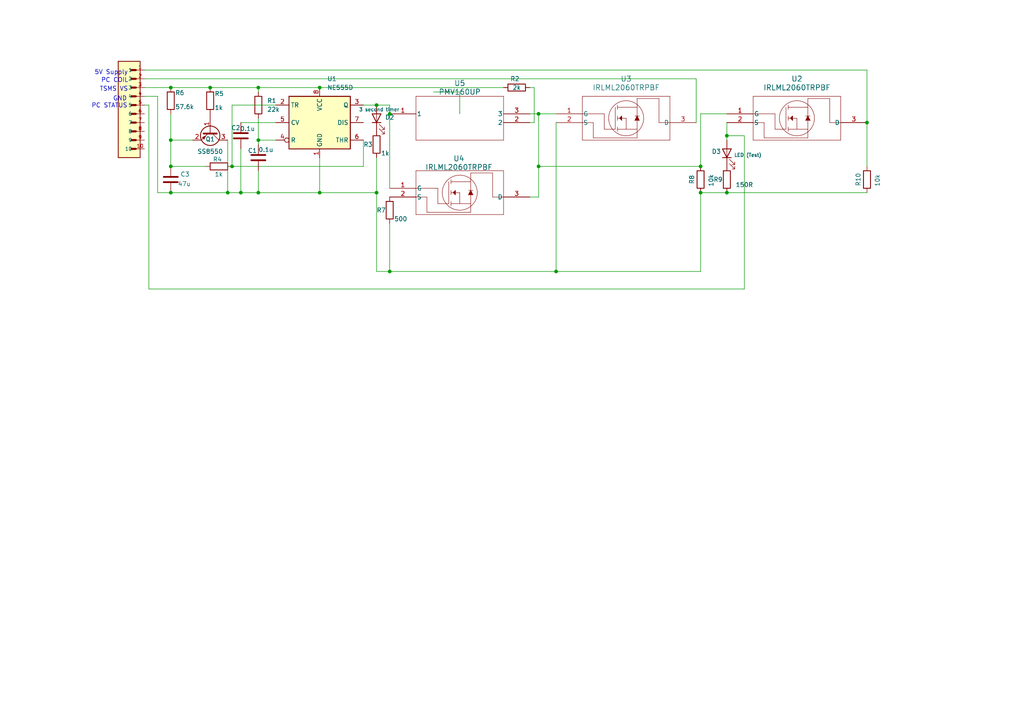
<source format=kicad_sch>
(kicad_sch (version 20231120) (generator "eeschema") (generator_version "8.0")
  (paper "A4")
  (lib_symbols
    (symbol "10 pin output:PH1-10-UA" (pin_names (offset 1.016))
      (property "Reference" "J" (at 0 28.448 0))
      (property "Value" "PH1-10-UA" (at 0 0 0))
      (symbol "PH1-10-UA_0_0"
        (polyline (pts (xy 3.81 2.54) (xy 5.08 2.54)) (stroke (width 0.6096)))
        (polyline (pts (xy 3.81 5.08) (xy 5.08 5.08)) (stroke (width 0.6096)))
        (polyline (pts (xy 3.81 7.62) (xy 5.08 7.62)) (stroke (width 0.6096)))
        (polyline (pts (xy 3.81 10.16) (xy 5.08 10.16)) (stroke (width 0.6096)))
        (polyline (pts (xy 3.81 12.7) (xy 5.08 12.7)) (stroke (width 0.6096)))
        (polyline (pts (xy 3.81 15.24) (xy 5.08 15.24)) (stroke (width 0.6096)))
        (polyline (pts (xy 3.81 17.78) (xy 5.08 17.78)) (stroke (width 0.6096)))
        (polyline (pts (xy 3.81 20.32) (xy 5.08 20.32)) (stroke (width 0.6096)))
        (polyline (pts (xy 3.81 22.86) (xy 5.08 22.86)) (stroke (width 0.6096)))
        (polyline (pts (xy 3.81 25.4) (xy 5.08 25.4)) (stroke (width 0.6096)))
        (rectangle (start 0 0) (end 6.35 27.94) (stroke (width 0.254)) (fill (type background)))
        (pin passive line (at 7.62 25.4 180) (length 2.54) (name "1") (number "1"))
        (pin passive line (at 7.62 2.54 180) (length 2.54) (name "10") (number "10"))
        (pin passive line (at 7.62 22.86 180) (length 2.54) (name "2") (number "2"))
        (pin passive line (at 7.62 20.32 180) (length 2.54) (name "3") (number "3"))
        (pin passive line (at 7.62 17.78 180) (length 2.54) (name "4") (number "4"))
        (pin passive line (at 7.62 15.24 180) (length 2.54) (name "5") (number "5"))
        (pin passive line (at 7.62 12.7 180) (length 2.54) (name "6") (number "6"))
        (pin passive line (at 7.62 10.16 180) (length 2.54) (name "7") (number "7"))
        (pin passive line (at 7.62 7.62 180) (length 2.54) (name "8") (number "8"))
        (pin passive line (at 7.62 5.08 180) (length 2.54) (name "9") (number "9"))
      )
    )
    (symbol "Device:C" (pin_numbers hide) (pin_names (offset 0.254))
      (property "Reference" "C" (at 0.635 2.54 0))
      (property "Value" "C" (at 0.635 -2.54 0))
      (symbol "C_0_1"
        (polyline (pts (xy -2.032 -0.762) (xy 2.032 -0.762)) (stroke (width 0.508)))
        (polyline (pts (xy -2.032 0.762) (xy 2.032 0.762)) (stroke (width 0.508)))
      )
      (symbol "C_1_1"
        (pin passive line (at 0 3.81 270) (length 2.794) (name "~") (number "1"))
        (pin passive line (at 0 -3.81 90) (length 2.794) (name "~") (number "2"))
      )
    )
    (symbol "Device:LED" (pin_numbers hide) (pin_names (offset 1.016) hide)
      (property "Reference" "D" (at 0 2.54 0))
      (property "Value" "LED" (at 0 -2.54 0))
      (symbol "LED_0_1"
        (polyline (pts (xy -1.27 -1.27) (xy -1.27 1.27)) (stroke (width 0.254)))
        (polyline (pts (xy -1.27 0) (xy 1.27 0)))
        (polyline (pts (xy 1.27 -1.27) (xy 1.27 1.27) (xy -1.27 0) (xy 1.27 -1.27)) (stroke (width 0.254)))
        (polyline (pts (xy -3.048 -0.762) (xy -4.572 -2.286) (xy -3.81 -2.286) (xy -4.572 -2.286) (xy -4.572 -1.524)))
        (polyline (pts (xy -1.778 -0.762) (xy -3.302 -2.286) (xy -2.54 -2.286) (xy -3.302 -2.286) (xy -3.302 -1.524)))
      )
      (symbol "LED_1_1"
        (pin passive line (at -3.81 0 0) (length 2.54) (name "K") (number "1"))
        (pin passive line (at 3.81 0 180) (length 2.54) (name "A") (number "2"))
      )
    )
    (symbol "Device:R" (pin_numbers hide) (pin_names (offset 0))
      (property "Reference" "R" (at 2.032 0 90))
      (property "Value" "R" (at 0 0 90))
      (symbol "R_0_1"
        (rectangle (start -1.016 -2.54) (end 1.016 2.54) (stroke (width 0.254)))
      )
      (symbol "R_1_1"
        (pin passive line (at 0 3.81 270) (length 1.27) (name "~") (number "1"))
        (pin passive line (at 0 -3.81 90) (length 1.27) (name "~") (number "2"))
      )
    )
    (symbol "NMOS:IRLML2060TRPBF" (pin_names (offset 0.254))
      (property "Reference" "U" (at 20.32 10.16 0))
      (property "Value" "IRLML2060TRPBF" (at 20.32 7.62 0))
      (symbol "IRLML2060TRPBF_0_1"
        (polyline (pts (xy 7.62 -7.62) (xy 33.02 -7.62)) (stroke (width 0.127)))
        (polyline (pts (xy 7.62 -2.54) (xy 10.795 -2.54)) (stroke (width 0.127)))
        (polyline (pts (xy 7.62 5.08) (xy 7.62 -7.62)) (stroke (width 0.127)))
        (polyline (pts (xy 10.795 -6.985) (xy 23.495 -6.985)) (stroke (width 0.127)))
        (polyline (pts (xy 10.795 -2.54) (xy 10.795 -6.985)) (stroke (width 0.127)))
        (polyline (pts (xy 13.97 -4.445) (xy 13.97 0)) (stroke (width 0.127)))
        (polyline (pts (xy 13.97 0) (xy 7.62 0)) (stroke (width 0.127)))
        (polyline (pts (xy 17.145 -4.445) (xy 13.97 -4.445)) (stroke (width 0.127)))
        (polyline (pts (xy 17.145 1.905) (xy 17.145 -4.445)) (stroke (width 0.127)))
        (polyline (pts (xy 17.78 -5.08) (xy 17.78 -3.81)) (stroke (width 0.127)))
        (polyline (pts (xy 17.78 -4.445) (xy 23.495 -4.445)) (stroke (width 0.127)))
        (polyline (pts (xy 17.78 -1.27) (xy 20.32 -1.27)) (stroke (width 0.127)))
        (polyline (pts (xy 17.78 -0.635) (xy 17.78 -1.905)) (stroke (width 0.127)))
        (polyline (pts (xy 17.78 1.905) (xy 23.495 1.905)) (stroke (width 0.127)))
        (polyline (pts (xy 17.78 2.54) (xy 17.78 1.27)) (stroke (width 0.127)))
        (polyline (pts (xy 18.415 -1.27) (xy 19.05 -0.635)) (stroke (width 0.127)))
        (polyline (pts (xy 19.05 -1.905) (xy 18.415 -1.27)) (stroke (width 0.127)))
        (polyline (pts (xy 19.05 -0.635) (xy 19.05 -1.905)) (stroke (width 0.127)))
        (polyline (pts (xy 20.32 -4.445) (xy 20.32 -1.27)) (stroke (width 0.127)))
        (polyline (pts (xy 22.86 -1.905) (xy 23.495 -0.635)) (stroke (width 0.127)))
        (polyline (pts (xy 22.86 -1.905) (xy 24.13 -1.905)) (stroke (width 0.127)))
        (polyline (pts (xy 22.86 -0.635) (xy 24.13 -0.635)) (stroke (width 0.127)))
        (polyline (pts (xy 23.495 -6.985) (xy 23.495 4.445)) (stroke (width 0.127)))
        (polyline (pts (xy 23.495 -0.635) (xy 24.13 -1.905)) (stroke (width 0.127)))
        (polyline (pts (xy 23.495 4.445) (xy 29.845 4.445)) (stroke (width 0.127)))
        (polyline (pts (xy 29.845 -2.54) (xy 33.02 -2.54)) (stroke (width 0.127)))
        (polyline (pts (xy 29.845 4.445) (xy 29.845 -2.54)) (stroke (width 0.127)))
        (polyline (pts (xy 33.02 -7.62) (xy 33.02 5.08)) (stroke (width 0.127)))
        (polyline (pts (xy 33.02 5.08) (xy 7.62 5.08)) (stroke (width 0.127)))
        (polyline (pts (xy 18.415 -1.27) (xy 19.05 -0.635) (xy 19.05 -1.905)) (fill (type outline)))
        (polyline (pts (xy 22.86 -1.905) (xy 23.495 -0.635) (xy 24.13 -1.905)) (fill (type outline)))
        (circle (center 20.32 -1.27) (radius 5.08) (stroke (width 0.127)))
        (pin unspecified line (at 0 0 0) (length 7.62) (name "G") (number "1"))
        (pin unspecified line (at 0 -2.54 0) (length 7.62) (name "S") (number "2"))
        (pin unspecified line (at 40.64 -2.54 180) (length 7.62) (name "D") (number "3"))
      )
    )
    (symbol "PMOS:PMV160UP" (pin_names (offset 0.254))
      (property "Reference" "U" (at 20.32 10.16 0))
      (property "Value" "PMV160UP" (at 20.32 7.62 0))
      (symbol "PMV160UP_0_1"
        (polyline (pts (xy 7.62 -7.62) (xy 33.02 -7.62)) (stroke (width 0.127)))
        (polyline (pts (xy 7.62 5.08) (xy 7.62 -7.62)) (stroke (width 0.127)))
        (polyline (pts (xy 33.02 -7.62) (xy 33.02 5.08)) (stroke (width 0.127)))
        (polyline (pts (xy 33.02 5.08) (xy 7.62 5.08)) (stroke (width 0.127)))
        (pin unspecified line (at 0 0 0) (length 7.62) (name "1") (number "1"))
        (pin unspecified line (at 40.64 -2.54 180) (length 7.62) (name "2") (number "2"))
        (pin unspecified line (at 40.64 0 180) (length 7.62) (name "3") (number "3"))
      )
    )
    (symbol "Timer:NE555D"
      (property "Reference" "U" (at -10.16 8.89 0))
      (property "Value" "NE555D" (at 2.54 8.89 0))
      (symbol "NE555D_0_0"
        (pin power_in line (at 0 -10.16 90) (length 2.54) (name "GND") (number "1"))
        (pin power_in line (at 0 10.16 270) (length 2.54) (name "VCC") (number "8"))
      )
      (symbol "NE555D_0_1"
        (rectangle (start -8.89 -7.62) (end 8.89 7.62) (stroke (width 0.254)) (fill (type background)))
        (rectangle (start -8.89 -7.62) (end 8.89 7.62) (stroke (width 0.254)) (fill (type background)))
      )
      (symbol "NE555D_1_1"
        (pin input line (at -12.7 5.08 0) (length 3.81) (name "TR") (number "2"))
        (pin output line (at 12.7 5.08 180) (length 3.81) (name "Q") (number "3"))
        (pin input inverted (at -12.7 -5.08 0) (length 3.81) (name "R") (number "4"))
        (pin input line (at -12.7 0 0) (length 3.81) (name "CV") (number "5"))
        (pin input line (at 12.7 -5.08 180) (length 3.81) (name "THR") (number "6"))
        (pin input line (at 12.7 0 180) (length 3.81) (name "DIS") (number "7"))
      )
    )
    (symbol "Transistor_BJT:SS8550" (pin_names (offset 0) hide)
      (property "Reference" "Q" (at 5.08 1.905 0))
      (property "Value" "SS8550" (at 5.08 0 0))
      (symbol "SS8550_0_1"
        (polyline (pts (xy 0.635 0.635) (xy 2.54 2.54)))
        (polyline (pts (xy 0.635 -0.635) (xy 2.54 -2.54) (xy 2.54 -2.54)))
        (polyline (pts (xy 0.635 1.905) (xy 0.635 -1.905) (xy 0.635 -1.905)) (stroke (width 0.508)))
        (polyline (pts (xy 2.286 -1.778) (xy 1.778 -2.286) (xy 1.27 -1.27) (xy 2.286 -1.778) (xy 2.286 -1.778)) (fill (type outline)))
        (circle (center 1.27 0) (radius 2.8194) (stroke (width 0.254)))
      )
      (symbol "SS8550_1_1"
        (pin input line (at -5.08 0 0) (length 5.715) (name "B") (number "1"))
        (pin passive line (at 2.54 -5.08 90) (length 2.54) (name "E") (number "2"))
        (pin passive line (at 2.54 5.08 270) (length 2.54) (name "C") (number "3"))
      )
    )
  )
  (junction (at 109.22 30.48))
  (junction (at 113.03 33.02))
  (junction (at 49.53 48.26))
  (junction (at 156.21 33.02))
  (junction (at 109.22 55.88))
  (junction (at 60.96 25.4))
  (junction (at 210.82 39.37))
  (junction (at 210.82 55.88))
  (junction (at 251.46 35.56))
  (junction (at 67.31 48.26))
  (junction (at 74.93 40.64))
  (junction (at 74.93 55.88))
  (junction (at 66.04 55.88))
  (junction (at 49.53 40.64))
  (junction (at 69.85 55.88))
  (junction (at 156.21 48.26))
  (junction (at 113.03 78.74))
  (junction (at 74.93 25.4))
  (junction (at 92.71 25.4))
  (junction (at 161.29 78.74))
  (junction (at 203.2 48.26))
  (junction (at 49.53 25.4))
  (junction (at 49.53 55.88))
  (junction (at 203.2 55.88))
  (junction (at 92.71 55.88))
  (wire (pts (xy 201.93 22.86) (xy 201.93 35.56)))
  (wire (pts (xy 203.2 33.02) (xy 210.82 33.02)))
  (wire (pts (xy 105.41 30.48) (xy 109.22 30.48)))
  (wire (pts (xy 156.21 48.26) (xy 203.2 48.26)))
  (wire (pts (xy 60.96 25.4) (xy 74.93 25.4)))
  (wire (pts (xy 154.94 35.56) (xy 154.94 25.4)))
  (wire (pts (xy 74.93 40.64) (xy 80.01 40.64)))
  (wire (pts (xy 67.31 30.48) (xy 80.01 30.48)))
  (wire (pts (xy 41.91 22.86) (xy 201.93 22.86)))
  (wire (pts (xy 113.03 33.02) (xy 113.03 54.61)))
  (wire (pts (xy 153.67 33.02) (xy 156.21 33.02)))
  (wire (pts (xy 125.73 26.67) (xy 133.35 26.67)))
  (wire (pts (xy 156.21 57.15) (xy 153.67 57.15)))
  (wire (pts (xy 109.22 78.74) (xy 113.03 78.74)))
  (wire (pts (xy 41.91 25.4) (xy 49.53 25.4)))
  (wire (pts (xy 67.31 48.26) (xy 67.31 30.48)))
  (wire (pts (xy 109.22 30.48) (xy 113.03 30.48)))
  (wire (pts (xy 74.93 49.53) (xy 74.93 55.88)))
  (wire (pts (xy 251.46 20.32) (xy 251.46 35.56)))
  (wire (pts (xy 49.53 48.26) (xy 49.53 40.64)))
  (wire (pts (xy 210.82 55.88) (xy 251.46 55.88)))
  (wire (pts (xy 154.94 25.4) (xy 153.67 25.4)))
  (wire (pts (xy 133.35 26.67) (xy 133.35 33.02)))
  (wire (pts (xy 49.53 48.26) (xy 59.69 48.26)))
  (wire (pts (xy 156.21 33.02) (xy 156.21 48.26)))
  (wire (pts (xy 74.93 25.4) (xy 74.93 26.67)))
  (wire (pts (xy 203.2 55.88) (xy 210.82 55.88)))
  (wire (pts (xy 156.21 48.26) (xy 156.21 57.15)))
  (wire (pts (xy 92.71 55.88) (xy 109.22 55.88)))
  (wire (pts (xy 49.53 25.4) (xy 60.96 25.4)))
  (wire (pts (xy 49.53 55.88) (xy 66.04 55.88)))
  (wire (pts (xy 45.72 55.88) (xy 49.53 55.88)))
  (wire (pts (xy 113.03 30.48) (xy 113.03 33.02)))
  (wire (pts (xy 210.82 35.56) (xy 210.82 39.37)))
  (wire (pts (xy 215.9 39.37) (xy 215.9 83.82)))
  (wire (pts (xy 69.85 43.18) (xy 69.85 55.88)))
  (wire (pts (xy 161.29 78.74) (xy 203.2 78.74)))
  (wire (pts (xy 66.04 55.88) (xy 69.85 55.88)))
  (wire (pts (xy 49.53 40.64) (xy 55.88 40.64)))
  (wire (pts (xy 43.18 83.82) (xy 215.9 83.82)))
  (wire (pts (xy 74.93 55.88) (xy 69.85 55.88)))
  (wire (pts (xy 203.2 33.02) (xy 203.2 48.26)))
  (wire (pts (xy 109.22 78.74) (xy 109.22 55.88)))
  (wire (pts (xy 153.67 35.56) (xy 154.94 35.56)))
  (wire (pts (xy 251.46 35.56) (xy 251.46 48.26)))
  (wire (pts (xy 49.53 33.02) (xy 49.53 40.64)))
  (wire (pts (xy 210.82 39.37) (xy 210.82 40.64)))
  (wire (pts (xy 74.93 40.64) (xy 74.93 41.91)))
  (wire (pts (xy 74.93 55.88) (xy 92.71 55.88)))
  (wire (pts (xy 41.91 30.48) (xy 43.18 30.48)))
  (wire (pts (xy 92.71 25.4) (xy 146.05 25.4)))
  (wire (pts (xy 45.72 27.94) (xy 41.91 27.94)))
  (wire (pts (xy 156.21 33.02) (xy 161.29 33.02)))
  (wire (pts (xy 113.03 64.77) (xy 113.03 78.74)))
  (wire (pts (xy 210.82 39.37) (xy 215.9 39.37)))
  (wire (pts (xy 203.2 78.74) (xy 203.2 55.88)))
  (wire (pts (xy 74.93 34.29) (xy 74.93 40.64)))
  (wire (pts (xy 92.71 45.72) (xy 92.71 55.88)))
  (wire (pts (xy 113.03 78.74) (xy 161.29 78.74)))
  (wire (pts (xy 161.29 35.56) (xy 161.29 78.74)))
  (wire (pts (xy 43.18 30.48) (xy 43.18 83.82)))
  (wire (pts (xy 66.04 40.64) (xy 66.04 55.88)))
  (wire (pts (xy 105.41 40.64) (xy 105.41 48.26)))
  (wire (pts (xy 41.91 20.32) (xy 251.46 20.32)))
  (wire (pts (xy 109.22 45.72) (xy 109.22 55.88)))
  (wire (pts (xy 74.93 25.4) (xy 92.71 25.4)))
  (wire (pts (xy 67.31 48.26) (xy 105.41 48.26)))
  (wire (pts (xy 69.85 35.56) (xy 80.01 35.56)))
  (wire (pts (xy 45.72 27.94) (xy 45.72 55.88)))
  (text "GND" (at 34.798 28.702 0) (effects (font (size 1.27 1.27))))
  (text "PC COIL" (at 33.274 23.368 0) (effects (font (size 1.27 1.27))))
  (text "TSMS VS" (at 33.02 25.908 0) (effects (font (size 1.27 1.27))))
  (text "PC STATUS" (at 31.75 30.734 0) (effects (font (size 1.27 1.27))))
  (text "5V Supply" (at 32.258 21.082 0) (effects (font (size 1.27 1.27))))
  (symbol (lib_id "Device:LED") (at 210.82 44.45 90) (unit 1)
    (property "Reference" "D3" (at 207.772 43.942 90))
    (property "Value" "LED (Test)" (at 216.916 44.958 90) (effects (font (size 1 1))))
    (property "Footprint" "Yellow RTDS LED:LED_AP3216SYD_KNB" (effects (hide yes)))
  )
  (symbol (lib_id "Timer:NE555D") (at 92.71 35.56 0) (unit 1)
    (property "Reference" "U1" (at 94.9041 22.86 0) (effects (justify left)))
    (property "Value" "NE555D" (at 94.9041 25.4 0) (effects (justify left)))
    (property "Footprint" "555 Timer:SOIC127P599X175-8N" (effects (hide yes)))
    (property "Datasheet" "http://www.ti.com/lit/ds/symlink/ne555.pdf" (effects (hide yes)))
  )
  (symbol (lib_id "NMOS:IRLML2060TRPBF") (at 113.03 54.61 0) (unit 1)
    (property "Reference" "U4" (at 133.096 45.974 0) (effects (font (size 1.524 1.524))))
    (property "Value" "IRLML2060TRPBF" (at 133.096 48.514 0) (effects (font (size 1.524 1.524))))
    (property "Footprint" "SOT23_INF" (effects (hide yes)))
    (property "Datasheet" "IRLML2060TRPBF" (effects (hide yes)))
  )
  (symbol (lib_id "Transistor_BJT:SS8550") (at 60.96 38.1 270) (unit 1)
    (property "Reference" "Q1" (at 60.96 40.386 90))
    (property "Value" "SS8550" (at 60.96 43.942 90))
    (property "Footprint" "Transistor:SOT-23_MCC" (effects (hide yes)))
    (property "Datasheet" "http://www.secosgmbh.com/datasheet/products/SSMPTransistor/SOT-23/SS8550.pdf" (effects (hide yes)))
    (property "Description" "General Purpose PNP Transistor, 1.5A Ic, 25V Vce, SOT-23" (effects (hide yes)))
  )
  (symbol (lib_id "Device:LED") (at 109.22 34.29 90) (unit 1)
    (property "Reference" "D2" (at 113.03 34.036 90))
    (property "Value" "3 second timer" (at 109.982 31.75 90) (effects (font (size 1 1))))
    (property "Footprint" "Yellow RTDS LED:LED_AP3216SYD_KNB" (effects (hide yes)))
  )
  (symbol (lib_id "Device:R") (at 49.53 29.21 0) (unit 1)
    (property "Reference" "R6" (at 50.8 26.924 0) (effects (justify left)))
    (property "Value" "57.6k" (at 50.8 30.988 0) (effects (justify left)))
    (property "Footprint" "CF14JT10K0:STA_CF14_STP" (effects (hide yes)))
  )
  (symbol (lib_id "Device:R") (at 63.5 48.26 270) (unit 1)
    (property "Reference" "R4" (at 61.722 46.228 90) (effects (justify left)))
    (property "Value" "1k" (at 62.23 50.546 90) (effects (justify left)))
    (property "Footprint" "1k Resistor:STA_RMCF0603_STP" (effects (hide yes)))
  )
  (symbol (lib_id "Device:R") (at 149.86 25.4 90) (unit 1)
    (property "Reference" "R2" (at 149.352 22.86 90))
    (property "Value" "2k" (at 149.86 25.4 90))
    (property "Description" "Resistor" (effects (hide yes)))
  )
  (symbol (lib_id "NMOS:IRLML2060TRPBF") (at 210.82 33.02 0) (unit 1)
    (property "Reference" "U2" (at 231.14 22.86 0) (effects (font (size 1.524 1.524))))
    (property "Value" "IRLML2060TRPBF" (at 231.14 25.4 0) (effects (font (size 1.524 1.524))))
    (property "Footprint" "SOT23_INF" (effects (hide yes)))
    (property "Datasheet" "IRLML2060TRPBF" (effects (hide yes)))
  )
  (symbol (lib_id "Device:C") (at 74.93 45.72 0) (unit 1)
    (property "Reference" "C1" (at 71.882 43.688 0) (effects (justify left)))
    (property "Value" "0.1u" (at 74.93 43.434 0) (effects (justify left)))
    (property "Footprint" "0.1 C:CAP_CL31_SAM" (effects (hide yes)))
  )
  (symbol (lib_id "10 pin output:PH1-10-UA") (at 34.29 45.72 0) (unit 1)
    (property "Reference" "J1" (effects (hide yes)))
    (property "Value" "PH1-10-UA" (effects (hide yes)))
    (property "Footprint" "10 pin output:1X10-2.54MM-THT" (effects (hide yes)))
    (property "MF" "Adam Tech" (effects (hide yes)))
    (property "Description_1" "\n                        \n                            Connector Header Through Hole 10 position 0.100 (2.54mm)\n                        \n" (effects (hide yes)))
    (property "Package" "None" (effects (hide yes)))
    (property "Price" "None" (effects (hide yes)))
    (property "SnapEDA_Link" "https://www.snapeda.com/parts/PH1-10-UA/Adam+Tech/view-part/?ref=snap" (effects (hide yes)))
    (property "MP" "PH1-10-UA" (effects (hide yes)))
    (property "Availability" "In Stock" (effects (hide yes)))
    (property "Check_prices" "https://www.snapeda.com/parts/PH1-10-UA/Adam+Tech/view-part/?ref=eda" (effects (hide yes)))
  )
  (symbol (lib_id "NMOS:IRLML2060TRPBF") (at 161.29 33.02 0) (unit 1)
    (property "Reference" "U3" (at 181.61 22.86 0) (effects (font (size 1.524 1.524))))
    (property "Value" "IRLML2060TRPBF" (at 181.61 25.4 0) (effects (font (size 1.524 1.524))))
    (property "Footprint" "SOT23_INF" (effects (hide yes)))
    (property "Datasheet" "IRLML2060TRPBF" (effects (hide yes)))
  )
  (symbol (lib_id "Device:C") (at 69.85 39.37 0) (unit 1)
    (property "Reference" "C2" (at 67.056 37.084 0) (effects (justify left)))
    (property "Value" "0.1u" (at 69.596 37.338 0) (effects (justify left)))
    (property "Footprint" "0.1 C:CAP_CL31_SAM" (effects (hide yes)))
  )
  (symbol (lib_id "Device:R") (at 74.93 30.48 180) (unit 1)
    (property "Reference" "R1" (at 77.47 29.2099 0) (effects (justify right)))
    (property "Value" "22k" (at 77.47 31.7499 0) (effects (justify right)))
    (property "Footprint" "22k resistor:STA_RMCF0805_STP" (effects (hide yes)))
  )
  (symbol (lib_id "Device:R") (at 251.46 52.07 180) (unit 1)
    (property "Reference" "R10" (at 248.92 52.07 90))
    (property "Value" "10k" (at 254.508 52.324 90))
    (property "Footprint" "CF14JT10K0:STA_CF14_STP" (effects (hide yes)))
  )
  (symbol (lib_id "PMOS:PMV160UP") (at 113.03 33.02 0) (unit 1)
    (property "Reference" "U5" (at 133.35 24.13 0) (effects (font (size 1.524 1.524))))
    (property "Value" "PMV160UP" (at 133.35 26.67 0) (effects (font (size 1.524 1.524))))
    (property "Footprint" "PMV160UP_NEX" (effects (hide yes)))
    (property "Datasheet" "PMV160UP" (effects (hide yes)))
  )
  (symbol (lib_id "Device:R") (at 203.2 52.07 180) (unit 1)
    (property "Reference" "R8" (at 200.66 52.07 90))
    (property "Value" "10k" (at 206.248 52.324 90))
    (property "Footprint" "CF14JT10K0:STA_CF14_STP" (effects (hide yes)))
  )
  (symbol (lib_id "Device:R") (at 109.22 41.91 0) (unit 1)
    (property "Reference" "R3" (at 105.41 41.91 0) (effects (justify left)))
    (property "Value" "1k" (at 110.49 44.45 0) (effects (justify left)))
    (property "Footprint" "1k Resistor:STA_RMCF0603_STP" (effects (hide yes)))
  )
  (symbol (lib_id "Device:R") (at 113.03 60.96 0) (unit 1)
    (property "Reference" "R7" (at 109.22 60.96 0) (effects (justify left)))
    (property "Value" "500" (at 114.3 63.5 0) (effects (justify left)))
    (property "Footprint" "1k Resistor:STA_RMCF0603_STP" (effects (hide yes)))
  )
  (symbol (lib_id "Device:R") (at 210.82 52.07 180) (unit 1)
    (property "Reference" "R9" (at 208.28 52.07 0))
    (property "Value" "150R" (at 215.9 53.594 0))
    (property "Footprint" "150 Ohm resistor:RC0805N_YAG" (effects (hide yes)))
  )
  (symbol (lib_id "Device:R") (at 60.96 29.21 0) (unit 1)
    (property "Reference" "R5" (at 62.23 27.178 0) (effects (justify left)))
    (property "Value" "1k" (at 62.23 31.242 0) (effects (justify left)))
    (property "Footprint" "1k Resistor:STA_RMCF0603_STP" (effects (hide yes)))
  )
  (symbol (lib_id "Device:C") (at 49.53 52.07 0) (unit 1)
    (property "Reference" "C3" (at 52.324 50.546 0) (effects (justify left)))
    (property "Value" "47u" (at 51.562 53.34 0) (effects (justify left)))
    (property "Footprint" "Capacitor 47u:CAP_CL32_SAM" (effects (hide yes)))
  )
)
</source>
